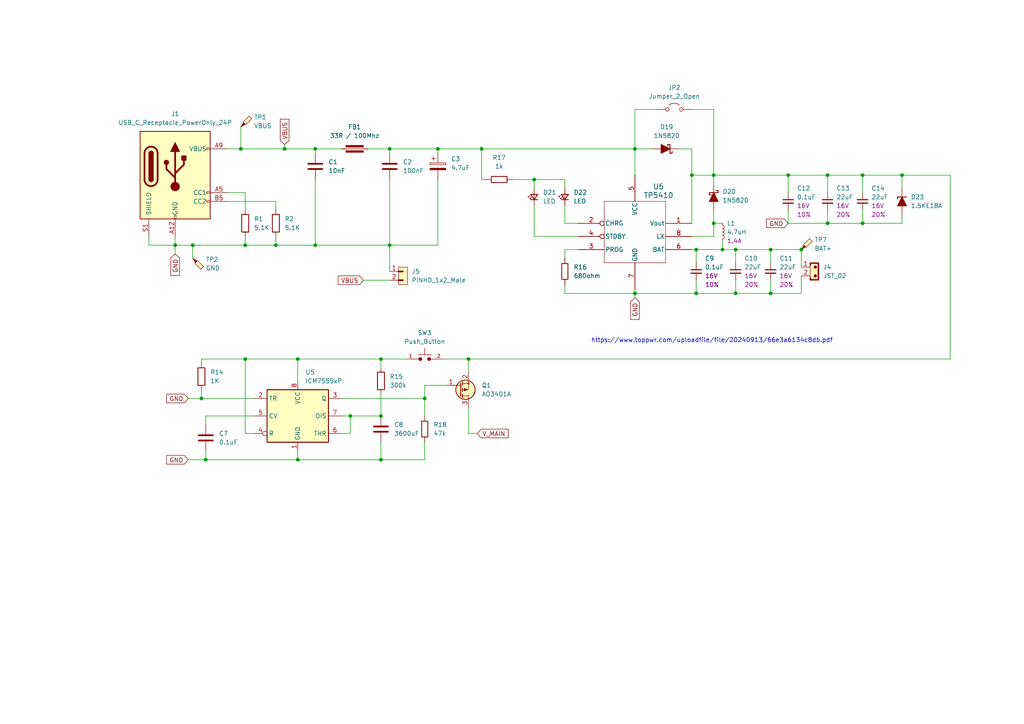
<source format=kicad_sch>
(kicad_sch (version 20250114) (generator "eeschema") (generator_version "9.0")
  (paper "A4")
  (lib_symbols
    (symbol "Connector:TestPoint_Probe" (pin_numbers (hide yes)) (pin_names (offset 0.762) (hide yes))
      (property "Reference" "TP" (at 1.651 5.842 0))
      (property "Value" "TestPoint_Probe" (at 1.651 4.064 0))
      (symbol "TestPoint_Probe_0_1"
        (polyline (pts (xy 1.27 0.762) (xy 0 0) (xy 0.762 1.27) (xy 1.27 0.762)) (fill (type outline)))
        (polyline (pts (xy 1.397 0.635) (xy 0.635 1.397) (xy 2.413 3.175) (xy 3.175 2.413) (xy 1.397 0.635)) (fill (type background)))
      )
      (symbol "TestPoint_Probe_1_1"
        (pin passive line (at 0 0 90) (length 0) (name "1") (number "1"))
      )
    )
    (symbol "Connector:USB_C_Receptacle_PowerOnly_24P" (pin_names (offset 1.016))
      (property "Reference" "J" (at 0 16.51 0))
      (property "Value" "USB_C_Receptacle_PowerOnly_24P" (at 0 13.97 0))
      (symbol "USB_C_Receptacle_PowerOnly_24P_0_0"
        (rectangle (start -0.254 -12.7) (end 0.254 -11.684))
        (rectangle (start 10.16 7.874) (end 9.144 7.366))
        (rectangle (start 10.16 -4.826) (end 9.144 -5.334))
        (rectangle (start 10.16 -7.366) (end 9.144 -7.874))
      )
      (symbol "USB_C_Receptacle_PowerOnly_24P_0_1"
        (rectangle (start -10.16 12.7) (end 10.16 -12.7) (stroke (width 0.254)) (fill (type background)))
        (polyline (pts (xy -8.89 -1.27) (xy -8.89 6.35)) (stroke (width 0.508)))
        (rectangle (start -7.62 -1.27) (end -6.35 6.35) (stroke (width 0.254)) (fill (type outline)))
        (arc (start -7.62 6.35) (mid -6.985 6.9823) (end -6.35 6.35) (stroke (width 0.254)))
        (arc (start -7.62 6.35) (mid -6.985 6.9823) (end -6.35 6.35) (stroke (width 0.254)) (fill (type outline)))
        (arc (start -8.89 6.35) (mid -6.985 8.2467) (end -5.08 6.35) (stroke (width 0.508)))
        (arc (start -5.08 -1.27) (mid -6.985 -3.1667) (end -8.89 -1.27) (stroke (width 0.508)))
        (arc (start -6.35 -1.27) (mid -6.985 -1.9023) (end -7.62 -1.27) (stroke (width 0.254)))
        (arc (start -6.35 -1.27) (mid -6.985 -1.9023) (end -7.62 -1.27) (stroke (width 0.254)) (fill (type outline)))
        (polyline (pts (xy -5.08 6.35) (xy -5.08 -1.27)) (stroke (width 0.508)))
        (circle (center -2.54 3.683) (radius 0.635) (stroke (width 0.254)) (fill (type outline)))
        (polyline (pts (xy -1.27 6.858) (xy 0 9.398) (xy 1.27 6.858) (xy -1.27 6.858)) (stroke (width 0.254)) (fill (type outline)))
        (polyline (pts (xy 0 0.508) (xy 2.54 3.048) (xy 2.54 4.318)) (stroke (width 0.508)))
        (polyline (pts (xy 0 -0.762) (xy -2.54 1.778) (xy -2.54 3.048)) (stroke (width 0.508)))
        (polyline (pts (xy 0 -3.302) (xy 0 6.858)) (stroke (width 0.508)))
        (circle (center 0 -3.302) (radius 1.27) (fill (type outline)))
        (rectangle (start 1.905 4.318) (end 3.175 5.588) (stroke (width 0.254)) (fill (type outline)))
      )
      (symbol "USB_C_Receptacle_PowerOnly_24P_1_1"
        (pin passive line (at -7.62 -17.78 90) (length 5.08) (name "SHIELD") (number "S1"))
        (pin passive line (at 0 -17.78 90) (length 5.08) (hide yes) (name "GND") (number "A1"))
        (pin power_in line (at 0 -17.78 90) (length 5.08) (name "GND") (number "A12"))
        (pin passive line (at 0 -17.78 90) (length 5.08) (hide yes) (name "GND") (number "B1"))
        (pin passive line (at 0 -17.78 90) (length 5.08) (hide yes) (name "GND") (number "B12"))
        (pin passive line (at 15.24 7.62 180) (length 5.08) (hide yes) (name "VBUS") (number "A4"))
        (pin power_in line (at 15.24 7.62 180) (length 5.08) (name "VBUS") (number "A9"))
        (pin passive line (at 15.24 7.62 180) (length 5.08) (hide yes) (name "VBUS") (number "B4"))
        (pin passive line (at 15.24 7.62 180) (length 5.08) (hide yes) (name "VBUS") (number "B9"))
        (pin bidirectional line (at 15.24 -5.08 180) (length 5.08) (name "CC1") (number "A5"))
        (pin bidirectional line (at 15.24 -7.62 180) (length 5.08) (name "CC2") (number "B5"))
      )
    )
    (symbol "Device:C" (pin_numbers (hide yes)) (pin_names (offset 0.254))
      (property "Reference" "C" (at 0.635 2.54 0))
      (property "Value" "C" (at 0.635 -2.54 0))
      (symbol "C_0_1"
        (polyline (pts (xy -2.032 0.762) (xy 2.032 0.762)) (stroke (width 0.508)))
        (polyline (pts (xy -2.032 -0.762) (xy 2.032 -0.762)) (stroke (width 0.508)))
      )
      (symbol "C_1_1"
        (pin passive line (at 0 3.81 270) (length 2.794) (name "~") (number "1"))
        (pin passive line (at 0 -3.81 90) (length 2.794) (name "~") (number "2"))
      )
    )
    (symbol "Device:C_Polarized" (pin_numbers (hide yes)) (pin_names (offset 0.254))
      (property "Reference" "C" (at 0.635 2.54 0))
      (property "Value" "C_Polarized" (at 0.635 -2.54 0))
      (symbol "C_Polarized_0_1"
        (rectangle (start -2.286 0.508) (end 2.286 1.016))
        (polyline (pts (xy -1.778 2.286) (xy -0.762 2.286)))
        (polyline (pts (xy -1.27 2.794) (xy -1.27 1.778)))
        (rectangle (start 2.286 -0.508) (end -2.286 -1.016) (fill (type outline)))
      )
      (symbol "C_Polarized_1_1"
        (pin passive line (at 0 3.81 270) (length 2.794) (name "~") (number "1"))
        (pin passive line (at 0 -3.81 90) (length 2.794) (name "~") (number "2"))
      )
    )
    (symbol "Device:R" (pin_numbers (hide yes)) (pin_names (offset 0))
      (property "Reference" "R" (at 2.032 0 90))
      (property "Value" "R" (at 0 0 90))
      (symbol "R_0_1"
        (rectangle (start -1.016 -2.54) (end 1.016 2.54) (stroke (width 0.254)))
      )
      (symbol "R_1_1"
        (pin passive line (at 0 3.81 270) (length 1.27) (name "~") (number "1"))
        (pin passive line (at 0 -3.81 90) (length 1.27) (name "~") (number "2"))
      )
    )
    (symbol "Jumper:Jumper_2_Open" (pin_numbers (hide yes)) (pin_names (offset 0) (hide yes))
      (property "Reference" "JP" (at 0 2.794 0))
      (property "Value" "Jumper_2_Open" (at 0 -2.286 0))
      (symbol "Jumper_2_Open_0_0"
        (circle (center -2.032 0) (radius 0.508))
        (circle (center 2.032 0) (radius 0.508))
      )
      (symbol "Jumper_2_Open_0_1"
        (arc (start -1.524 1.27) (mid 0 1.778) (end 1.524 1.27))
      )
      (symbol "Jumper_2_Open_1_1"
        (pin passive line (at -5.08 0 0) (length 2.54) (name "A") (number "1"))
        (pin passive line (at 5.08 0 180) (length 2.54) (name "B") (number "2"))
      )
    )
    (symbol "PCM_Device_AKL:Ferrite_Bead" (pin_numbers (hide yes)) (pin_names (offset 0))
      (property "Reference" "FB" (at 0 4.572 0))
      (property "Value" "Ferrite_Bead" (at 0 3.175 0))
      (symbol "Ferrite_Bead_0_1"
        (rectangle (start -2.54 1.016) (end 2.54 0.508) (fill (type outline)))
        (polyline (pts (xy 2.54 0) (xy -2.54 0)))
      )
      (symbol "Ferrite_Bead_1_1"
        (rectangle (start -2.54 -0.508) (end 2.54 -1.016) (fill (type outline)))
        (pin passive line (at -3.81 0 0) (length 1.27) (name "~") (number "1"))
        (pin passive line (at 3.81 0 180) (length 1.27) (name "~") (number "2"))
      )
    )
    (symbol "PCM_Diode_Schottky_AKL:1N5820" (pin_numbers (hide yes)) (pin_names (offset 1.016) (hide yes))
      (property "Reference" "D" (at 0 5.08 0))
      (property "Value" "1N5820" (at 0 2.54 0))
      (symbol "1N5820_0_1"
        (polyline (pts (xy -1.27 0) (xy 1.27 0)))
        (polyline (pts (xy -1.27 -1.27) (xy -1.27 1.27) (xy 1.27 0) (xy -1.27 -1.27)) (stroke (width 0.254)) (fill (type outline)))
        (polyline (pts (xy 1.905 -0.762) (xy 1.905 -1.27) (xy 1.27 -1.27) (xy 1.27 1.27) (xy 0.635 1.27) (xy 0.635 0.762)) (stroke (width 0.254)))
      )
      (symbol "1N5820_0_2"
        (polyline (pts (xy -2.54 -2.54) (xy 2.54 2.54)))
        (polyline (pts (xy -0.889 -0.889) (xy -1.778 0) (xy 0.889 0.889) (xy 0 -1.778) (xy -0.889 -0.889)) (stroke (width 0.254)) (fill (type outline)))
        (polyline (pts (xy 0 1.778) (xy 1.778 0)) (stroke (width 0.254)))
        (polyline (pts (xy 0 1.778) (xy -0.381 1.397) (xy 0 1.016)) (stroke (width 0.254)))
        (polyline (pts (xy 1.778 0) (xy 2.159 0.381) (xy 1.778 0.762)) (stroke (width 0.254)))
      )
      (symbol "1N5820_1_1"
        (pin passive line (at -3.81 0 0) (length 2.54) (name "A") (number "2"))
        (pin passive line (at 3.81 0 180) (length 2.54) (name "K") (number "1"))
      )
      (symbol "1N5820_1_2"
        (pin passive line (at -2.54 -2.54 0) (length 0) (name "A") (number "2"))
        (pin passive line (at 2.54 2.54 180) (length 0) (name "K") (number "1"))
      )
    )
    (symbol "PCM_Diode_TVS_AKL:1.5KE18A" (pin_numbers (hide yes)) (pin_names (offset 1.016) (hide yes))
      (property "Reference" "D" (at 0 5.08 0))
      (property "Value" "1.5KE18A" (at 0 2.54 0))
      (symbol "1.5KE18A_0_1"
        (polyline (pts (xy -1.27 1.27) (xy -1.27 -1.27) (xy 1.27 0) (xy -1.27 1.27)) (stroke (width 0.254)) (fill (type outline)))
        (polyline (pts (xy -1.27 0) (xy 1.27 0)))
        (polyline (pts (xy 1.27 1.27) (xy 0.762 1.27)) (stroke (width 0.254)))
        (polyline (pts (xy 1.27 -1.27) (xy 1.27 1.27)) (stroke (width 0.254)))
      )
      (symbol "1.5KE18A_0_2"
        (polyline (pts (xy -2.54 -2.54) (xy 2.54 2.54)))
        (polyline (pts (xy -0.889 -0.889) (xy -1.778 0) (xy 0.889 0.889) (xy 0 -1.778) (xy -0.889 -0.889)) (stroke (width 0.254)) (fill (type outline)))
        (polyline (pts (xy 0 1.778) (xy -0.381 1.397)) (stroke (width 0.254)))
        (polyline (pts (xy 0 1.778) (xy 1.778 0)) (stroke (width 0.254)))
      )
      (symbol "1.5KE18A_1_1"
        (pin passive line (at -3.81 0 0) (length 2.54) (name "A") (number "2"))
        (pin passive line (at 3.81 0 180) (length 2.54) (name "K") (number "1"))
      )
      (symbol "1.5KE18A_1_2"
        (pin passive line (at -2.54 -2.54 0) (length 0) (name "A") (number "2"))
        (pin passive line (at 2.54 2.54 180) (length 0) (name "K") (number "1"))
      )
    )
    (symbol "PCM_SL_Connectors:JST_02"
      (property "Reference" "J" (at 0 7.62 0))
      (property "Value" "JST_02" (at 0 5.08 0))
      (symbol "JST_02_0_1"
        (rectangle (start -1.27 2.54) (end 1.27 -2.54) (fill (type background)))
        (polyline (pts (xy -1.27 -1.778) (xy -1.27 -2.54) (xy 1.27 -2.54) (xy 1.27 -1.778) (xy 1.016 -1.778) (xy 1.016 -2.286) (xy -1.016 -2.286) (xy -1.016 -1.778) (xy -1.27 -1.778)) (fill (type outline)))
        (circle (center 0.254 1.27) (radius 0.381) (fill (type outline)))
        (circle (center 0.254 -1.27) (radius 0.381) (fill (type outline)))
        (rectangle (start 1.016 1.778) (end 1.27 -1.778) (fill (type outline)))
        (polyline (pts (xy 1.27 1.778) (xy 1.27 2.54) (xy -1.27 2.54) (xy -1.27 1.778) (xy -1.016 1.778) (xy -1.016 2.286) (xy 1.016 2.286) (xy 1.016 1.778) (xy 1.27 1.778)) (fill (type outline)))
      )
      (symbol "JST_02_1_1"
        (pin passive line (at -3.81 1.27 0) (length 2.54) (name "") (number "1"))
        (pin passive line (at -3.81 -1.27 0) (length 2.54) (name "") (number "2"))
      )
    )
    (symbol "PCM_SL_Devices:Push_Button"
      (property "Reference" "SW" (at 0 6.35 0))
      (property "Value" "Push_Button" (at 0 4.445 0))
      (symbol "Push_Button_0_1"
        (polyline (pts (xy -3.175 0) (xy -1.778 0)))
        (polyline (pts (xy -1.905 1.27) (xy 1.905 1.27)))
        (circle (center -1.27 0) (radius 0.4579) (fill (type outline)))
        (polyline (pts (xy 0 1.27) (xy 0 3.175)))
        (circle (center 1.27 0) (radius 0.4579) (fill (type outline)))
        (polyline (pts (xy 1.778 0) (xy 3.175 0)))
      )
      (symbol "Push_Button_1_1"
        (pin passive line (at -5.08 0 0) (length 2) (name "") (number "1"))
        (pin passive line (at 5.08 0 180) (length 2) (name "") (number "2"))
      )
    )
    (symbol "PCM_SL_Pin_Headers:PINHD_1x2_Male"
      (property "Reference" "J" (at 0 6.35 0))
      (property "Value" "PINHD_1x2_Male" (at 0 3.81 0))
      (symbol "PINHD_1x2_Male_0_1"
        (rectangle (start -1.27 2.54) (end 1.27 -2.54) (fill (type background)))
        (polyline (pts (xy -1.27 1.27) (xy 0 1.27)) (stroke (width 0.3)))
        (polyline (pts (xy -1.27 1.27) (xy 0 1.27)) (stroke (width 0.5)))
        (polyline (pts (xy -1.27 -1.27) (xy 0 -1.27)) (stroke (width 0.3)))
        (polyline (pts (xy -1.27 -1.27) (xy 0 -1.27)) (stroke (width 0.5)))
      )
      (symbol "PINHD_1x2_Male_1_1"
        (pin passive line (at -3.81 1.27 0) (length 2.54) (name "") (number "1"))
        (pin passive line (at -3.81 -1.27 0) (length 2.54) (name "") (number "2"))
      )
    )
    (symbol "PCM_SL_Resistors:1k"
      (property "Reference" "R" (at 0 5.08 0))
      (property "Value" "1k" (at 0 2.54 0))
      (symbol "1k_0_1"
        (rectangle (start -2.286 0.889) (end 2.286 -0.889) (stroke (width 0.24)))
      )
      (symbol "1k_1_1"
        (pin passive line (at -3.81 0 0) (length 1.5) (name "") (number "1"))
        (pin passive line (at 3.81 0 180) (length 1.5) (name "~") (number "2"))
      )
    )
    (symbol "PCM_SL_Resistors:47k"
      (property "Reference" "R" (at 0 5.08 0))
      (property "Value" "47k" (at 0 2.54 0))
      (symbol "47k_0_1"
        (rectangle (start -2.286 0.889) (end 2.286 -0.889) (stroke (width 0.24)))
      )
      (symbol "47k_1_1"
        (pin passive line (at -3.81 0 0) (length 1.5) (name "") (number "1"))
        (pin passive line (at 3.81 0 180) (length 1.5) (name "~") (number "2"))
      )
    )
    (symbol "PCM_SL_Resistors:680ohm"
      (property "Reference" "R" (at 0 5.08 0))
      (property "Value" "680ohm" (at 0 2.54 0))
      (symbol "680ohm_0_1"
        (rectangle (start -2.286 0.889) (end 2.286 -0.889) (stroke (width 0.24)))
      )
      (symbol "680ohm_1_1"
        (pin passive line (at -3.81 0 0) (length 1.5) (name "") (number "1"))
        (pin passive line (at 3.81 0 180) (length 1.5) (name "~") (number "2"))
      )
    )
    (symbol "PCM_SparkFun-Capacitor:0.1uF_0402_16V_10%" (pin_numbers (hide yes)) (pin_names (offset 0.254))
      (property "Reference" "C" (at 0.635 2.54 0))
      (property "Value" "0.1uF" (at 0.635 -2.54 0))
      (property "Voltage" "16V" (at 0 -6.35 0))
      (property "Tolerance" "10%" (at 0 -8.89 0))
      (symbol "0.1uF_0402_16V_10%_0_1"
        (polyline (pts (xy -1.524 0.508) (xy 1.524 0.508)) (stroke (width 0.3048)))
        (polyline (pts (xy -1.524 -0.508) (xy 1.524 -0.508)) (stroke (width 0.3302)))
      )
      (symbol "0.1uF_0402_16V_10%_1_1"
        (pin passive line (at 0 2.54 270) (length 2.032) (name "~") (number "1"))
        (pin passive line (at 0 -2.54 90) (length 2.032) (name "~") (number "2"))
      )
    )
    (symbol "PCM_SparkFun-Capacitor:22uF_0805_16V_20%" (pin_numbers (hide yes)) (pin_names (offset 0.254))
      (property "Reference" "C" (at 0.635 2.54 0))
      (property "Value" "22uF" (at 0.635 -2.54 0))
      (property "Voltage" "16V" (at 0 -6.35 0))
      (property "Tolerance" "20%" (at 0 -8.89 0))
      (symbol "22uF_0805_16V_20%_0_1"
        (polyline (pts (xy -1.524 0.508) (xy 1.524 0.508)) (stroke (width 0.3048)))
        (polyline (pts (xy -1.524 -0.508) (xy 1.524 -0.508)) (stroke (width 0.3302)))
      )
      (symbol "22uF_0805_16V_20%_1_1"
        (pin passive line (at 0 2.54 270) (length 2.032) (name "~") (number "1"))
        (pin passive line (at 0 -2.54 90) (length 2.032) (name "~") (number "2"))
      )
    )
    (symbol "PCM_SparkFun-Coil:4.7uH_1008_1.4A" (pin_numbers (hide yes)) (pin_names (offset 1.016) (hide yes))
      (property "Reference" "L" (at 0 2.54 0))
      (property "Value" "4.7uH" (at 0 -1.27 0))
      (property "Current" "1.4A" (at 0 -3.81 0))
      (symbol "4.7uH_1008_1.4A_0_1"
        (arc (start -2.032 0) (mid -1.524 0.5058) (end -1.016 0))
        (arc (start -1.016 0) (mid -0.508 0.5058) (end 0 0))
        (arc (start 0 0) (mid 0.508 0.5058) (end 1.016 0))
        (arc (start 1.016 0) (mid 1.524 0.5058) (end 2.032 0))
      )
      (symbol "4.7uH_1008_1.4A_1_1"
        (pin passive line (at -2.54 0 0) (length 0.508) (name "~") (number "1"))
        (pin passive line (at 2.54 0 180) (length 0.508) (name "~") (number "2"))
      )
    )
    (symbol "PCM_SparkFun-LED:LED" (pin_numbers (hide yes)) (pin_names (offset 1.016) (hide yes))
      (property "Reference" "D" (at 0 2.54 0))
      (property "Value" "LED" (at 0 -2.54 0))
      (symbol "LED_0_1"
        (polyline (pts (xy -0.762 -1.016) (xy -0.762 1.016)) (stroke (width 0.254)))
        (polyline (pts (xy 0 0.762) (xy -0.508 1.27) (xy -0.254 1.27) (xy -0.508 1.27) (xy -0.508 1.016)))
        (polyline (pts (xy 0.508 1.27) (xy 0 1.778) (xy 0.254 1.778) (xy 0 1.778) (xy 0 1.524)))
        (polyline (pts (xy 0.762 -1.016) (xy -0.762 0) (xy 0.762 1.016) (xy 0.762 -1.016)) (stroke (width 0.254)))
        (polyline (pts (xy 1.016 0) (xy -0.762 0)))
      )
      (symbol "LED_1_1"
        (pin passive line (at -2.54 0 0) (length 1.778) (name "K") (number "1"))
        (pin passive line (at 2.54 0 180) (length 1.778) (name "A") (number "2"))
      )
    )
    (symbol "PCM_Transistor_MOSFET_AKL:AO3401A" (pin_names (hide yes))
      (property "Reference" "Q" (at 5.08 1.27 0))
      (property "Value" "AO3401A" (at 5.08 -1.27 0))
      (symbol "AO3401A_0_1"
        (polyline (pts (xy 0.254 1.27) (xy -2.54 1.27)))
        (polyline (pts (xy 0.254 -1.905) (xy 0.254 1.905)) (stroke (width 0.254)))
        (polyline (pts (xy 0.762 1.778) (xy 2.54 1.778)))
        (polyline (pts (xy 0.762 1.27) (xy 0.762 2.286)) (stroke (width 0.254)))
        (polyline (pts (xy 0.762 -0.508) (xy 0.762 0.508)) (stroke (width 0.254)))
        (polyline (pts (xy 0.762 -1.778) (xy 2.54 -1.778)))
        (polyline (pts (xy 0.762 -2.286) (xy 0.762 -1.27)) (stroke (width 0.254)))
        (polyline (pts (xy 2.286 0) (xy 1.27 -0.381) (xy 1.27 0.381) (xy 2.286 0)) (fill (type outline)))
        (polyline (pts (xy 2.54 2.54) (xy 2.54 0) (xy 0.762 0)))
        (polyline (pts (xy 2.54 -2.54) (xy 2.54 -1.778)))
      )
      (symbol "AO3401A_1_1"
        (circle (center 1.651 0) (radius 2.794) (stroke (width 0.254)) (fill (type background)))
        (circle (center 2.54 1.778) (radius 0.1778) (fill (type outline)))
        (pin input line (at -3.81 1.27 0) (length 2.54) (name "G") (number "1"))
        (pin passive line (at 2.54 5.08 270) (length 2.54) (name "S") (number "2"))
        (pin passive line (at 2.54 -5.08 90) (length 2.54) (name "D") (number "3"))
      )
    )
    (symbol "TP5410:TPS5410MDREP" (pin_names (offset 0.254))
      (property "Reference" "U6" (at 15.748 4.318 0))
      (property "Value" "TP5410" (at 15.748 1.778 0))
      (symbol "TPS5410MDREP_0_1"
        (polyline (pts (xy 0 0) (xy 0 -17.78)) (stroke (width 0.127)))
        (polyline (pts (xy 0 -17.78) (xy 17.78 -17.78)) (stroke (width 0.127)))
        (polyline (pts (xy 17.78 0) (xy 0 0)) (stroke (width 0.127)))
        (polyline (pts (xy 17.78 -17.78) (xy 17.78 0)) (stroke (width 0.127)))
      )
      (symbol "TPS5410MDREP_1_1"
        (pin unspecified inverted (at -7.62 -6.35 0) (length 7.62) (name "CHRG") (number "2"))
        (pin unspecified inverted (at -7.62 -10.16 0) (length 7.62) (name "STDBY") (number "4"))
        (pin unspecified line (at -7.62 -13.97 0) (length 7.62) (name "PROG") (number "3"))
        (pin unspecified line (at 8.89 7.62 270) (length 7.62) (name "VCC") (number "5"))
        (pin unspecified line (at 8.89 -25.4 90) (length 7.62) (name "GND") (number "7"))
        (pin unspecified line (at 25.4 -6.35 180) (length 7.62) (name "Vout") (number "1"))
        (pin unspecified line (at 25.4 -10.16 180) (length 7.62) (name "LX") (number "8"))
        (pin unspecified line (at 25.4 -13.97 180) (length 7.62) (name "BAT") (number "6"))
      )
    )
    (symbol "Timer:ICM7555xP"
      (property "Reference" "U" (at -10.16 8.89 0))
      (property "Value" "ICM7555xP" (at 2.54 8.89 0))
      (symbol "ICM7555xP_0_0"
        (pin power_in line (at 0 10.16 270) (length 2.54) (name "VCC") (number "8"))
        (pin power_in line (at 0 -10.16 90) (length 2.54) (name "GND") (number "1"))
      )
      (symbol "ICM7555xP_0_1"
        (rectangle (start -8.89 -7.62) (end 8.89 7.62) (stroke (width 0.254)) (fill (type background)))
        (rectangle (start -8.89 -7.62) (end 8.89 7.62) (stroke (width 0.254)) (fill (type background)))
      )
      (symbol "ICM7555xP_1_1"
        (pin input line (at -12.7 5.08 0) (length 3.81) (name "TR") (number "2"))
        (pin input line (at -12.7 0 0) (length 3.81) (name "CV") (number "5"))
        (pin input inverted (at -12.7 -5.08 0) (length 3.81) (name "R") (number "4"))
        (pin output line (at 12.7 5.08 180) (length 3.81) (name "Q") (number "3"))
        (pin input line (at 12.7 0 180) (length 3.81) (name "DIS") (number "7"))
        (pin input line (at 12.7 -5.08 180) (length 3.81) (name "THR") (number "6"))
      )
    )
  )
  (text "https://www.toppwr.com/uploadfile/file/20240913/66e3a6134c8db.pdf" (at 206.502 98.806 0) (effects (font (size 1.27 1.27))))
  (junction (at 110.49 133.35))
  (junction (at 71.12 71.12))
  (junction (at 250.19 64.77))
  (junction (at 184.15 43.18))
  (junction (at 71.12 104.14))
  (junction (at 261.62 50.8))
  (junction (at 154.94 52.07))
  (junction (at 58.42 115.57))
  (junction (at 86.36 104.14))
  (junction (at 110.49 120.65))
  (junction (at 240.03 64.77))
  (junction (at 213.36 85.09))
  (junction (at 91.44 43.18))
  (junction (at 207.01 50.8))
  (junction (at 59.69 133.35))
  (junction (at 250.19 50.8))
  (junction (at 201.93 85.09))
  (junction (at 50.8 71.12))
  (junction (at 86.36 133.35))
  (junction (at 123.19 115.57))
  (junction (at 139.7 43.18))
  (junction (at 82.55 43.18))
  (junction (at 55.88 71.12))
  (junction (at 101.6 120.65))
  (junction (at 184.15 85.09))
  (junction (at 240.03 50.8))
  (junction (at 228.6 50.8))
  (junction (at 223.52 85.09))
  (junction (at 201.93 72.39))
  (junction (at 213.36 72.39))
  (junction (at 135.89 104.14))
  (junction (at 80.01 71.12))
  (junction (at 200.66 50.8))
  (junction (at 207.01 64.77))
  (junction (at 223.52 72.39))
  (junction (at 127 43.18))
  (junction (at 113.03 43.18))
  (junction (at 110.49 104.14))
  (junction (at 232.41 72.39))
  (junction (at 209.55 72.39))
  (junction (at 91.44 71.12))
  (junction (at 69.85 43.18))
  (junction (at 113.03 71.12))
  (wire (pts (xy 184.15 83.82) (xy 184.15 85.09)))
  (wire (pts (xy 135.89 118.11) (xy 135.89 125.73)))
  (wire (pts (xy 232.41 77.47) (xy 232.41 72.39)))
  (wire (pts (xy 163.83 64.77) (xy 167.64 64.77)))
  (wire (pts (xy 91.44 43.18) (xy 91.44 44.45)))
  (wire (pts (xy 91.44 52.07) (xy 91.44 71.12)))
  (wire (pts (xy 110.49 106.68) (xy 110.49 104.14)))
  (wire (pts (xy 113.03 43.18) (xy 113.03 44.45)))
  (wire (pts (xy 59.69 130.81) (xy 59.69 133.35)))
  (wire (pts (xy 154.94 52.07) (xy 163.83 52.07)))
  (wire (pts (xy 55.88 71.12) (xy 55.88 74.93)))
  (wire (pts (xy 213.36 85.09) (xy 201.93 85.09)))
  (wire (pts (xy 200.66 43.18) (xy 196.85 43.18)))
  (wire (pts (xy 123.19 111.76) (xy 129.54 111.76)))
  (wire (pts (xy 261.62 62.23) (xy 261.62 64.77)))
  (wire (pts (xy 201.93 81.28) (xy 201.93 85.09)))
  (wire (pts (xy 58.42 104.14) (xy 71.12 104.14)))
  (wire (pts (xy 223.52 72.39) (xy 213.36 72.39)))
  (wire (pts (xy 110.49 128.27) (xy 110.49 133.35)))
  (wire (pts (xy 201.93 72.39) (xy 200.66 72.39)))
  (wire (pts (xy 250.19 64.77) (xy 240.03 64.77)))
  (wire (pts (xy 163.83 59.69) (xy 163.83 64.77)))
  (wire (pts (xy 110.49 120.65) (xy 101.6 120.65)))
  (wire (pts (xy 163.83 74.93) (xy 163.83 72.39)))
  (wire (pts (xy 58.42 105.41) (xy 58.42 104.14)))
  (wire (pts (xy 209.55 69.85) (xy 209.55 72.39)))
  (wire (pts (xy 71.12 104.14) (xy 71.12 125.73)))
  (wire (pts (xy 69.85 36.83) (xy 69.85 43.18)))
  (wire (pts (xy 69.85 43.18) (xy 82.55 43.18)))
  (wire (pts (xy 213.36 72.39) (xy 209.55 72.39)))
  (wire (pts (xy 240.03 50.8) (xy 250.19 50.8)))
  (wire (pts (xy 213.36 81.28) (xy 213.36 85.09)))
  (wire (pts (xy 127 44.45) (xy 127 43.18)))
  (wire (pts (xy 123.19 133.35) (xy 110.49 133.35)))
  (wire (pts (xy 163.83 52.07) (xy 163.83 54.61)))
  (wire (pts (xy 43.18 68.58) (xy 43.18 71.12)))
  (wire (pts (xy 127 52.07) (xy 127 71.12)))
  (wire (pts (xy 223.52 85.09) (xy 232.41 85.09)))
  (wire (pts (xy 184.15 50.8) (xy 184.15 43.18)))
  (wire (pts (xy 139.7 52.07) (xy 140.97 52.07)))
  (wire (pts (xy 201.93 76.2) (xy 201.93 72.39)))
  (wire (pts (xy 250.19 60.96) (xy 250.19 64.77)))
  (wire (pts (xy 209.55 72.39) (xy 201.93 72.39)))
  (wire (pts (xy 71.12 60.96) (xy 71.12 55.88)))
  (wire (pts (xy 110.49 104.14) (xy 118.11 104.14)))
  (wire (pts (xy 71.12 104.14) (xy 86.36 104.14)))
  (wire (pts (xy 127 71.12) (xy 113.03 71.12)))
  (wire (pts (xy 250.19 50.8) (xy 261.62 50.8)))
  (wire (pts (xy 240.03 64.77) (xy 228.6 64.77)))
  (wire (pts (xy 139.7 43.18) (xy 139.7 52.07)))
  (wire (pts (xy 99.06 120.65) (xy 101.6 120.65)))
  (wire (pts (xy 135.89 107.95) (xy 135.89 104.14)))
  (wire (pts (xy 69.85 43.18) (xy 66.04 43.18)))
  (wire (pts (xy 232.41 72.39) (xy 223.52 72.39)))
  (wire (pts (xy 154.94 59.69) (xy 154.94 68.58)))
  (wire (pts (xy 163.83 72.39) (xy 167.64 72.39)))
  (wire (pts (xy 113.03 71.12) (xy 91.44 71.12)))
  (wire (pts (xy 232.41 80.01) (xy 232.41 85.09)))
  (wire (pts (xy 275.59 104.14) (xy 275.59 50.8)))
  (wire (pts (xy 200.66 31.75) (xy 207.01 31.75)))
  (wire (pts (xy 113.03 43.18) (xy 127 43.18)))
  (wire (pts (xy 80.01 71.12) (xy 80.01 68.58)))
  (wire (pts (xy 128.27 104.14) (xy 135.89 104.14)))
  (wire (pts (xy 50.8 71.12) (xy 50.8 68.58)))
  (wire (pts (xy 261.62 64.77) (xy 250.19 64.77)))
  (wire (pts (xy 113.03 71.12) (xy 113.03 78.74)))
  (wire (pts (xy 66.04 58.42) (xy 80.01 58.42)))
  (wire (pts (xy 91.44 71.12) (xy 80.01 71.12)))
  (wire (pts (xy 250.19 50.8) (xy 250.19 55.88)))
  (wire (pts (xy 223.52 85.09) (xy 213.36 85.09)))
  (wire (pts (xy 200.66 43.18) (xy 200.66 50.8)))
  (wire (pts (xy 110.49 133.35) (xy 86.36 133.35)))
  (wire (pts (xy 55.88 71.12) (xy 71.12 71.12)))
  (wire (pts (xy 261.62 50.8) (xy 275.59 50.8)))
  (wire (pts (xy 207.01 68.58) (xy 207.01 64.77)))
  (wire (pts (xy 240.03 60.96) (xy 240.03 64.77)))
  (wire (pts (xy 240.03 50.8) (xy 240.03 55.88)))
  (wire (pts (xy 139.7 43.18) (xy 184.15 43.18)))
  (wire (pts (xy 207.01 64.77) (xy 207.01 60.96)))
  (wire (pts (xy 135.89 125.73) (xy 138.43 125.73)))
  (wire (pts (xy 207.01 31.75) (xy 207.01 50.8)))
  (wire (pts (xy 73.66 125.73) (xy 71.12 125.73)))
  (wire (pts (xy 184.15 85.09) (xy 184.15 86.36)))
  (wire (pts (xy 54.61 115.57) (xy 58.42 115.57)))
  (wire (pts (xy 86.36 104.14) (xy 110.49 104.14)))
  (wire (pts (xy 207.01 50.8) (xy 228.6 50.8)))
  (wire (pts (xy 123.19 115.57) (xy 123.19 120.65)))
  (wire (pts (xy 207.01 53.34) (xy 207.01 50.8)))
  (wire (pts (xy 86.36 104.14) (xy 86.36 110.49)))
  (wire (pts (xy 148.59 52.07) (xy 154.94 52.07)))
  (wire (pts (xy 228.6 50.8) (xy 240.03 50.8)))
  (wire (pts (xy 101.6 120.65) (xy 101.6 125.73)))
  (wire (pts (xy 163.83 85.09) (xy 163.83 82.55)))
  (wire (pts (xy 71.12 71.12) (xy 71.12 68.58)))
  (wire (pts (xy 127 43.18) (xy 139.7 43.18)))
  (wire (pts (xy 73.66 120.65) (xy 59.69 120.65)))
  (wire (pts (xy 71.12 55.88) (xy 66.04 55.88)))
  (wire (pts (xy 80.01 58.42) (xy 80.01 60.96)))
  (wire (pts (xy 228.6 64.77) (xy 228.6 60.96)))
  (wire (pts (xy 184.15 31.75) (xy 184.15 43.18)))
  (wire (pts (xy 91.44 43.18) (xy 99.06 43.18)))
  (wire (pts (xy 223.52 81.28) (xy 223.52 85.09)))
  (wire (pts (xy 207.01 64.77) (xy 209.55 64.77)))
  (wire (pts (xy 58.42 115.57) (xy 73.66 115.57)))
  (wire (pts (xy 184.15 43.18) (xy 189.23 43.18)))
  (wire (pts (xy 43.18 71.12) (xy 50.8 71.12)))
  (wire (pts (xy 86.36 133.35) (xy 86.36 130.81)))
  (wire (pts (xy 123.19 128.27) (xy 123.19 133.35)))
  (wire (pts (xy 82.55 41.91) (xy 82.55 43.18)))
  (wire (pts (xy 228.6 50.8) (xy 228.6 55.88)))
  (wire (pts (xy 50.8 73.66) (xy 50.8 71.12)))
  (wire (pts (xy 163.83 85.09) (xy 184.15 85.09)))
  (wire (pts (xy 135.89 104.14) (xy 275.59 104.14)))
  (wire (pts (xy 86.36 133.35) (xy 59.69 133.35)))
  (wire (pts (xy 105.41 81.28) (xy 113.03 81.28)))
  (wire (pts (xy 106.68 43.18) (xy 113.03 43.18)))
  (wire (pts (xy 59.69 133.35) (xy 54.61 133.35)))
  (wire (pts (xy 101.6 125.73) (xy 99.06 125.73)))
  (wire (pts (xy 223.52 76.2) (xy 223.52 72.39)))
  (wire (pts (xy 59.69 120.65) (xy 59.69 123.19)))
  (wire (pts (xy 82.55 43.18) (xy 91.44 43.18)))
  (wire (pts (xy 58.42 113.03) (xy 58.42 115.57)))
  (wire (pts (xy 201.93 85.09) (xy 184.15 85.09)))
  (wire (pts (xy 190.5 31.75) (xy 184.15 31.75)))
  (wire (pts (xy 154.94 68.58) (xy 167.64 68.58)))
  (wire (pts (xy 99.06 115.57) (xy 123.19 115.57)))
  (wire (pts (xy 261.62 50.8) (xy 261.62 54.61)))
  (wire (pts (xy 50.8 71.12) (xy 55.88 71.12)))
  (wire (pts (xy 113.03 52.07) (xy 113.03 71.12)))
  (wire (pts (xy 213.36 76.2) (xy 213.36 72.39)))
  (wire (pts (xy 200.66 64.77) (xy 200.66 50.8)))
  (wire (pts (xy 154.94 52.07) (xy 154.94 54.61)))
  (wire (pts (xy 110.49 114.3) (xy 110.49 120.65)))
  (wire (pts (xy 200.66 68.58) (xy 207.01 68.58)))
  (wire (pts (xy 123.19 111.76) (xy 123.19 115.57)))
  (wire (pts (xy 200.66 50.8) (xy 207.01 50.8)))
  (wire (pts (xy 71.12 71.12) (xy 80.01 71.12)))
  (global_label "GND" (shape input) (at 184.15 86.36 270) (property "Intersheetrefs" "${INTERSHEET_REFS}" (effects (hide yes))))
  (global_label "GND" (shape input) (at 228.6 64.77 180) (property "Intersheetrefs" "${INTERSHEET_REFS}" (effects (hide yes))))
  (global_label "GND" (shape input) (at 54.61 133.35 180) (property "Intersheetrefs" "${INTERSHEET_REFS}" (effects (hide yes))))
  (global_label "V_MAIN" (shape input) (at 138.43 125.73 0) (property "Intersheetrefs" "${INTERSHEET_REFS}" (effects (hide yes))))
  (global_label "GND" (shape input) (at 54.61 115.57 180) (property "Intersheetrefs" "${INTERSHEET_REFS}" (effects (hide yes))))
  (global_label "GND" (shape input) (at 50.8 73.66 270) (property "Intersheetrefs" "${INTERSHEET_REFS}" (effects (hide yes))))
  (global_label "VBUS" (shape input) (at 82.55 41.91 90) (property "Intersheetrefs" "${INTERSHEET_REFS}" (effects (hide yes))))
  (global_label "VBUS" (shape input) (at 105.41 81.28 180) (property "Intersheetrefs" "${INTERSHEET_REFS}" (effects (hide yes))))
  (symbol (lib_id "PCM_SL_Resistors:47k") (at 123.19 124.46 90) (unit 1)
    (property "Reference" "R18" (at 125.73 123.1899 90) (effects (justify right)))
    (property "Value" "47k" (at 125.73 125.7299 90) (effects (justify right)))
    (property "Footprint" "Resistor_THT:R_Axial_DIN0207_L6.3mm_D2.5mm_P10.16mm_Horizontal" (effects (hide yes)))
    (property "Description" "47kΩ, 1/4W Resistor" (effects (hide yes)))
  )
  (symbol (lib_id "Connector:TestPoint_Probe") (at 55.88 74.93 270) (unit 1)
    (property "Reference" "TP2" (at 59.69 75.2474 90) (effects (justify left)))
    (property "Value" "GND" (at 59.69 77.7874 90) (effects (justify left)))
    (property "Footprint" "TestPoint:TestPoint_Pad_3.0x3.0mm" (effects (hide yes)))
    (property "Description" "test point (alternative probe-style design)" (effects (hide yes)))
  )
  (symbol (lib_id "PCM_SparkFun-Capacitor:22uF_0805_16V_20%") (at 250.19 58.42 0) (unit 1)
    (property "Reference" "C14" (at 252.73 54.6162 0) (effects (justify left)))
    (property "Value" "22uF" (at 252.73 57.1562 0) (effects (justify left)))
    (property "Footprint" "PCM_SparkFun-Capacitor:C_0805_2012Metric" (effects (hide yes)))
    (property "Datasheet" "https://mm.digikey.com/Volume0/opasdata/d220001/medias/docus/43/CL21A226MOCLRNC_Spec.pdf" (effects (hide yes)))
    (property "Description" "Unpolarized capacitor" (effects (hide yes)))
    (property "PROD_ID" "CAP-14260" (effects (hide yes)))
    (property "Voltage" "16V" (at 252.73 59.6962 0) (effects (justify left)))
    (property "Tolerance" "20%" (at 252.73 62.2362 0) (effects (justify left)))
  )
  (symbol (lib_id "TP5410:TPS5410MDREP") (at 175.26 58.42 0) (unit 1)
    (property "Reference" "U6" (at 191.008 54.102 0) (effects (font (size 1.524 1.524))))
    (property "Value" "TP5410" (at 191.008 56.642 0) (effects (font (size 1.524 1.524))))
    (property "Footprint" "TP5410:D8" (effects (hide yes)))
    (property "Datasheet" "https://www.toppwr.com/uploadfile/file/20240913/66e3a6134c8db.pdf" (effects (hide yes)))
  )
  (symbol (lib_id "Device:R") (at 71.12 64.77 0) (unit 1)
    (property "Reference" "R1" (at 73.66 63.4999 0) (effects (justify left)))
    (property "Value" "5.1K" (at 73.66 66.0399 0) (effects (justify left)))
    (property "Footprint" "PCM_Resistor_THT_AKL:R_Axial_DIN0309_L9.0mm_D3.2mm_P12.70mm_Horizontal" (effects (hide yes)))
    (property "Description" "Resistor" (effects (hide yes)))
  )
  (symbol (lib_id "Device:C") (at 91.44 48.26 0) (unit 1)
    (property "Reference" "C1" (at 95.25 46.9899 0) (effects (justify left)))
    (property "Value" "10nF" (at 95.25 49.5299 0) (effects (justify left)))
    (property "Footprint" "Capacitor_THT:C_Rect_L7.0mm_W2.5mm_P5.00mm" (effects (hide yes)))
    (property "Description" "Unpolarized capacitor" (effects (hide yes)))
  )
  (symbol (lib_id "PCM_SparkFun-Capacitor:22uF_0805_16V_20%") (at 240.03 58.42 0) (unit 1)
    (property "Reference" "C13" (at 242.57 54.6162 0) (effects (justify left)))
    (property "Value" "22uF" (at 242.57 57.1562 0) (effects (justify left)))
    (property "Footprint" "PCM_SparkFun-Capacitor:C_0805_2012Metric" (effects (hide yes)))
    (property "Datasheet" "https://mm.digikey.com/Volume0/opasdata/d220001/medias/docus/43/CL21A226MOCLRNC_Spec.pdf" (effects (hide yes)))
    (property "Description" "Unpolarized capacitor" (effects (hide yes)))
    (property "PROD_ID" "CAP-14260" (effects (hide yes)))
    (property "Voltage" "16V" (at 242.57 59.6962 0) (effects (justify left)))
    (property "Tolerance" "20%" (at 242.57 62.2362 0) (effects (justify left)))
  )
  (symbol (lib_id "PCM_Transistor_MOSFET_AKL:AO3401A") (at 133.35 113.03 0) (unit 1)
    (property "Reference" "Q1" (at 139.7 111.7599 0) (effects (justify left)))
    (property "Value" "AO3401A" (at 139.7 114.2999 0) (effects (justify left)))
    (property "Footprint" "PCM_Package_TO_SOT_SMD_AKL:SOT-23" (effects (hide yes)))
    (property "Datasheet" "https://www.tme.eu/Document/d25b071532a0a1e329733a03427696ee/AO3401A-DTE.pdf" (effects (hide yes)))
    (property "Description" "SOT-23 P-MOSFET enchancement mode transistor, 30V, 4A, 1.4W, Alternate KiCAD Library" (effects (hide yes)))
  )
  (symbol (lib_id "Timer:ICM7555xP") (at 86.36 120.65 0) (unit 1)
    (property "Reference" "U5" (at 88.5541 107.95 0) (effects (justify left)))
    (property "Value" "ICM7555xP" (at 88.5541 110.49 0) (effects (justify left)))
    (property "Footprint" "Package_DIP:DIP-8_W7.62mm" (effects (hide yes)))
    (property "Datasheet" "http://www.intersil.com/content/dam/Intersil/documents/icm7/icm7555-56.pdf" (effects (hide yes)))
    (property "Description" "CMOS General Purpose Timer, 555 compatible, PDIP-8" (effects (hide yes)))
  )
  (symbol (lib_id "Device:C") (at 110.49 124.46 0) (unit 1)
    (property "Reference" "C8" (at 114.3 123.1899 0) (effects (justify left)))
    (property "Value" "3600uF" (at 114.3 125.7299 0) (effects (justify left)))
    (property "Footprint" "Capacitor_THT:C_Rect_L7.0mm_W2.5mm_P5.00mm" (effects (hide yes)))
    (property "Datasheet" "https://www.mouser.at/ProductDetail/Chemi-Con/EKY-800ETS801MM25S?qs=sGAEpiMZZMsh%252B1woXyUXjxxbWNj7%2FLcIFLGvhpvhgVo%3D" (effects (hide yes)))
    (property "Description" "Unpolarized capacitor" (effects (hide yes)))
  )
  (symbol (lib_id "Connector:TestPoint_Probe") (at 69.85 36.83 0) (unit 1)
    (property "Reference" "TP1" (at 73.66 33.9724 0) (effects (justify left)))
    (property "Value" "VBUS" (at 73.66 36.5124 0) (effects (justify left)))
    (property "Footprint" "TestPoint:TestPoint_Pad_3.0x3.0mm" (effects (hide yes)))
    (property "Description" "test point (alternative probe-style design)" (effects (hide yes)))
  )
  (symbol (lib_id "Device:C_Polarized") (at 127 48.26 0) (unit 1)
    (property "Reference" "C3" (at 130.81 46.1009 0) (effects (justify left)))
    (property "Value" "4.7uF" (at 130.81 48.6409 0) (effects (justify left)))
    (property "Footprint" "Capacitor_THT:CP_Radial_D10.0mm_P5.00mm" (effects (hide yes)))
    (property "Description" "Polarized capacitor" (effects (hide yes)))
  )
  (symbol (lib_id "PCM_Device_AKL:Ferrite_Bead") (at 102.87 43.18 0) (unit 1)
    (property "Reference" "FB1" (at 102.87 36.83 0))
    (property "Value" "33R / 100Mhz" (at 102.87 39.37 0))
    (property "Footprint" "Fuse:Fuse_1206_3216Metric_Pad1.42x1.75mm_HandSolder" (effects (hide yes)))
    (property "Description" "Ferrite bead, Alternate KiCAD Library" (effects (hide yes)))
  )
  (symbol (lib_id "Device:C") (at 59.69 127 0) (unit 1)
    (property "Reference" "C7" (at 63.5 125.7299 0) (effects (justify left)))
    (property "Value" "0.1uF" (at 63.5 128.2699 0) (effects (justify left)))
    (property "Footprint" "Capacitor_THT:C_Rect_L7.0mm_W2.5mm_P5.00mm" (effects (hide yes)))
    (property "Description" "Unpolarized capacitor" (effects (hide yes)))
  )
  (symbol (lib_id "Device:R") (at 80.01 64.77 0) (unit 1)
    (property "Reference" "R2" (at 82.55 63.4999 0) (effects (justify left)))
    (property "Value" "5.1K" (at 82.55 66.0399 0) (effects (justify left)))
    (property "Footprint" "PCM_Resistor_THT_AKL:R_Axial_DIN0309_L9.0mm_D3.2mm_P12.70mm_Horizontal" (effects (hide yes)))
    (property "Description" "Resistor" (effects (hide yes)))
  )
  (symbol (lib_id "Connector:USB_C_Receptacle_PowerOnly_24P") (at 50.8 50.8 0) (unit 1)
    (property "Reference" "J1" (at 50.8 33.02 0))
    (property "Value" "USB_C_Receptacle_PowerOnly_24P" (at 50.8 35.56 0))
    (property "Footprint" "Connector_USB:USB_C_Receptacle_GCT_USB4135-GF-A_6P_TopMnt_Horizontal" (effects (hide yes)))
    (property "Datasheet" "https://www.usb.org/sites/default/files/documents/usb_type-c.zip" (effects (hide yes)))
    (property "Description" "USB Power-Only 24P Type-C Receptacle connector" (effects (hide yes)))
  )
  (symbol (lib_id "PCM_Diode_TVS_AKL:1.5KE18A") (at 261.62 58.42 90) (unit 1)
    (property "Reference" "D23" (at 264.16 57.1499 90) (effects (justify right)))
    (property "Value" "1.5KE18A" (at 264.16 59.6899 90) (effects (justify right)))
    (property "Footprint" "PCM_Diode_THT_AKL:D_DO-201_P12.70mm_Horizontal_Zener" (effects (hide yes)))
    (property "Datasheet" "https://www.tme.eu/Document/8ff2ed4286fb143732a12f2d704fe3c7/1.5KE100A.pdf" (effects (hide yes)))
    (property "Description" "DO-201 Unidirectional TVS diode, 18V, 1500W, Alternate KiCAD Library" (effects (hide yes)))
  )
  (symbol (lib_id "PCM_SparkFun-Coil:4.7uH_1008_1.4A") (at 209.55 67.31 270) (unit 1)
    (property "Reference" "L1" (at 210.82 64.7699 90) (effects (justify left)))
    (property "Value" "4.7uH" (at 210.82 67.3099 90) (effects (justify left)))
    (property "Footprint" "Inductor_SMD:L_10.4x10.4_H4.8" (effects (hide yes)))
    (property "Datasheet" "https://mm.digikey.com/Volume0/opasdata/d220001/medias/docus/38/CIGW252010EH4R7MNE_Spec.pdf" (effects (hide yes)))
    (property "Description" "Inductor" (effects (hide yes)))
    (property "PROD_ID" "NDUC-14880" (effects (hide yes)))
    (property "Current" "1.4A" (at 210.82 69.8499 90) (effects (justify left)))
  )
  (symbol (lib_id "PCM_SparkFun-LED:LED") (at 163.83 57.15 90) (unit 1)
    (property "Reference" "D22" (at 166.37 55.8164 90) (effects (justify right)))
    (property "Value" "LED" (at 166.37 58.3564 90) (effects (justify right)))
    (property "Footprint" "LED_THT:LED_D3.0mm_Clear" (effects (hide yes)))
    (property "Description" "Light emitting diode" (effects (hide yes)))
    (property "PROD_ID" "LED-" (effects (hide yes)))
  )
  (symbol (lib_id "Device:R") (at 110.49 110.49 0) (unit 1)
    (property "Reference" "R15" (at 113.03 109.2199 0) (effects (justify left)))
    (property "Value" "300k" (at 113.03 111.7599 0) (effects (justify left)))
    (property "Footprint" "PCM_Resistor_THT_AKL:R_Axial_DIN0309_L9.0mm_D3.2mm_P12.70mm_Horizontal" (effects (hide yes)))
    (property "Description" "Resistor" (effects (hide yes)))
  )
  (symbol (lib_id "PCM_SparkFun-Capacitor:0.1uF_0402_16V_10%") (at 228.6 58.42 0) (unit 1)
    (property "Reference" "C12" (at 231.14 54.6162 0) (effects (justify left)))
    (property "Value" "0.1uF" (at 231.14 57.1562 0) (effects (justify left)))
    (property "Footprint" "PCM_SparkFun-Capacitor:C_0402_1005Metric" (effects (hide yes)))
    (property "Datasheet" "https://cdn.sparkfun.com/assets/8/a/4/a/5/Kemet_Capacitor_Datasheet.pdf" (effects (hide yes)))
    (property "Description" "Unpolarized capacitor" (effects (hide yes)))
    (property "PROD_ID" "CAP-25565" (effects (hide yes)))
    (property "Voltage" "16V" (at 231.14 59.6962 0) (effects (justify left)))
    (property "Tolerance" "10%" (at 231.14 62.2362 0) (effects (justify left)))
  )
  (symbol (lib_id "PCM_SparkFun-Capacitor:22uF_0805_16V_20%") (at 213.36 78.74 0) (unit 1)
    (property "Reference" "C10" (at 215.9 74.9362 0) (effects (justify left)))
    (property "Value" "22uF" (at 215.9 77.4762 0) (effects (justify left)))
    (property "Footprint" "PCM_SparkFun-Capacitor:C_0805_2012Metric" (effects (hide yes)))
    (property "Datasheet" "https://mm.digikey.com/Volume0/opasdata/d220001/medias/docus/43/CL21A226MOCLRNC_Spec.pdf" (effects (hide yes)))
    (property "Description" "Unpolarized capacitor" (effects (hide yes)))
    (property "PROD_ID" "CAP-14260" (effects (hide yes)))
    (property "Voltage" "16V" (at 215.9 80.0162 0) (effects (justify left)))
    (property "Tolerance" "20%" (at 215.9 82.5562 0) (effects (justify left)))
  )
  (symbol (lib_id "PCM_SparkFun-Capacitor:22uF_0805_16V_20%") (at 223.52 78.74 0) (unit 1)
    (property "Reference" "C11" (at 226.06 74.9362 0) (effects (justify left)))
    (property "Value" "22uF" (at 226.06 77.4762 0) (effects (justify left)))
    (property "Footprint" "PCM_SparkFun-Capacitor:C_0805_2012Metric" (effects (hide yes)))
    (property "Datasheet" "https://mm.digikey.com/Volume0/opasdata/d220001/medias/docus/43/CL21A226MOCLRNC_Spec.pdf" (effects (hide yes)))
    (property "Description" "Unpolarized capacitor" (effects (hide yes)))
    (property "PROD_ID" "CAP-14260" (effects (hide yes)))
    (property "Voltage" "16V" (at 226.06 80.0162 0) (effects (justify left)))
    (property "Tolerance" "20%" (at 226.06 82.5562 0) (effects (justify left)))
  )
  (symbol (lib_id "PCM_SL_Resistors:680ohm") (at 163.83 78.74 90) (unit 1)
    (property "Reference" "R16" (at 166.37 77.4699 90) (effects (justify right)))
    (property "Value" "680ohm" (at 166.37 80.0099 90) (effects (justify right)))
    (property "Footprint" "Resistor_THT:R_Axial_DIN0207_L6.3mm_D2.5mm_P10.16mm_Horizontal" (effects (hide yes)))
    (property "Description" "680Ω, 1/4W Resistor" (effects (hide yes)))
  )
  (symbol (lib_id "PCM_SparkFun-LED:LED") (at 154.94 57.15 90) (unit 1)
    (property "Reference" "D21" (at 157.48 55.8164 90) (effects (justify right)))
    (property "Value" "LED" (at 157.48 58.3564 90) (effects (justify right)))
    (property "Footprint" "LED_THT:LED_D3.0mm_Clear" (effects (hide yes)))
    (property "Description" "Light emitting diode" (effects (hide yes)))
    (property "PROD_ID" "LED-" (effects (hide yes)))
  )
  (symbol (lib_id "Device:R") (at 58.42 109.22 0) (unit 1)
    (property "Reference" "R14" (at 60.96 107.9499 0) (effects (justify left)))
    (property "Value" "1K" (at 60.96 110.4899 0) (effects (justify left)))
    (property "Footprint" "PCM_Resistor_THT_AKL:R_Axial_DIN0309_L9.0mm_D3.2mm_P12.70mm_Horizontal" (effects (hide yes)))
    (property "Description" "Resistor" (effects (hide yes)))
  )
  (symbol (lib_id "Connector:TestPoint_Probe") (at 232.41 72.39 0) (unit 1)
    (property "Reference" "TP7" (at 236.22 69.5324 0) (effects (justify left)))
    (property "Value" "BAT+" (at 236.22 72.0724 0) (effects (justify left)))
    (property "Footprint" "TestPoint:TestPoint_Pad_2.0x2.0mm" (effects (hide yes)))
    (property "Description" "test point (alternative probe-style design)" (effects (hide yes)))
  )
  (symbol (lib_id "PCM_SL_Connectors:JST_02") (at 236.22 78.74 0) (unit 1)
    (property "Reference" "J4" (at 238.76 77.4699 0) (effects (justify left)))
    (property "Value" "JST_02" (at 238.76 80.0099 0) (effects (justify left)))
    (property "Footprint" "Connector_JST:JST_EH_B2B-EH-A_1x02_P2.50mm_Vertical" (effects (hide yes)))
    (property "Description" "JST Connector  2 pins" (effects (hide yes)))
  )
  (symbol (lib_id "Device:C") (at 113.03 48.26 0) (unit 1)
    (property "Reference" "C2" (at 116.84 46.9899 0) (effects (justify left)))
    (property "Value" "100nF" (at 116.84 49.5299 0) (effects (justify left)))
    (property "Footprint" "Capacitor_THT:C_Rect_L7.0mm_W2.5mm_P5.00mm" (effects (hide yes)))
    (property "Description" "Unpolarized capacitor" (effects (hide yes)))
  )
  (symbol (lib_id "PCM_SparkFun-Capacitor:0.1uF_0402_16V_10%") (at 201.93 78.74 0) (unit 1)
    (property "Reference" "C9" (at 204.47 74.9362 0) (effects (justify left)))
    (property "Value" "0.1uF" (at 204.47 77.4762 0) (effects (justify left)))
    (property "Footprint" "PCM_SparkFun-Capacitor:C_0402_1005Metric" (effects (hide yes)))
    (property "Datasheet" "https://cdn.sparkfun.com/assets/8/a/4/a/5/Kemet_Capacitor_Datasheet.pdf" (effects (hide yes)))
    (property "Description" "Unpolarized capacitor" (effects (hide yes)))
    (property "PROD_ID" "CAP-25565" (effects (hide yes)))
    (property "Voltage" "16V" (at 204.47 80.0162 0) (effects (justify left)))
    (property "Tolerance" "10%" (at 204.47 82.5562 0) (effects (justify left)))
  )
  (symbol (lib_id "Jumper:Jumper_2_Open") (at 195.58 31.75 0) (unit 1)
    (property "Reference" "JP2" (at 195.58 25.4 0))
    (property "Value" "Jumper_2_Open" (at 195.58 27.94 0))
    (property "Footprint" "PCM_SparkFun-Jumper:Jumper_2_NO" (effects (hide yes)))
    (property "Description" "Jumper, 2-pole, open" (effects (hide yes)))
  )
  (symbol (lib_id "PCM_SL_Devices:Push_Button") (at 123.19 104.14 0) (unit 1)
    (property "Reference" "SW3" (at 123.19 96.52 0))
    (property "Value" "Push_Button" (at 123.19 99.06 0))
    (property "Footprint" "Button_Switch_THT:SW_PUSH_6mm" (effects (hide yes)))
    (property "Description" "Common 6mmx6mm Push Button" (effects (hide yes)))
  )
  (symbol (lib_id "PCM_Diode_Schottky_AKL:1N5820") (at 207.01 57.15 90) (unit 1)
    (property "Reference" "D20" (at 209.55 55.5624 90) (effects (justify right)))
    (property "Value" "1N5820" (at 209.55 58.1024 90) (effects (justify right)))
    (property "Footprint" "PCM_Diode_THT_AKL:D_DO-201AD_P12.70mm_Horizontal" (effects (hide yes)))
    (property "Datasheet" "https://www.tme.eu/Document/0e3ba29986d8cf49f92da19e697f30fa/1n5820-22.pdf" (effects (hide yes)))
    (property "Description" "DO-201AD Schottky diode, 20V, 3A, Alternate KiCAD Library" (effects (hide yes)))
    (property "Ali" "https://de.aliexpress.com/item/1005007463914892.html?spm=a2g0o.order_list.order_list_main.142.33495c5f4FcnnL&gatewayAdapt=glo2deu" (effects (hide yes)))
  )
  (symbol (lib_id "PCM_SL_Pin_Headers:PINHD_1x2_Male") (at 116.84 80.01 0) (unit 1)
    (property "Reference" "J5" (at 119.38 78.7399 0) (effects (justify left)))
    (property "Value" "PINHD_1x2_Male" (at 119.38 81.2799 0) (effects (justify left)))
    (property "Footprint" "Connector_PinHeader_2.54mm:PinHeader_1x02_P2.54mm_Vertical" (effects (hide yes)))
    (property "Description" "Pin Header male with pin space 2.54mm. Pin Count -2" (effects (hide yes)))
  )
  (symbol (lib_id "PCM_SL_Resistors:1k") (at 144.78 52.07 180) (unit 1)
    (property "Reference" "R17" (at 144.78 45.72 0))
    (property "Value" "1k" (at 144.78 48.26 0))
    (property "Footprint" "Resistor_THT:R_Axial_DIN0207_L6.3mm_D2.5mm_P10.16mm_Horizontal" (effects (hide yes)))
    (property "Description" "1kΩ, 1/4W Resistor" (effects (hide yes)))
  )
  (symbol (lib_id "PCM_Diode_Schottky_AKL:1N5820") (at 193.04 43.18 0) (unit 1)
    (property "Reference" "D19" (at 193.3575 36.83 0))
    (property "Value" "1N5820" (at 193.3575 39.37 0))
    (property "Footprint" "PCM_Diode_THT_AKL:D_DO-201AD_P12.70mm_Horizontal" (effects (hide yes)))
    (property "Datasheet" "https://www.tme.eu/Document/0e3ba29986d8cf49f92da19e697f30fa/1n5820-22.pdf" (effects (hide yes)))
    (property "Description" "DO-201AD Schottky diode, 20V, 3A, Alternate KiCAD Library" (effects (hide yes)))
    (property "Ali" "https://de.aliexpress.com/item/1005007463914892.html?spm=a2g0o.order_list.order_list_main.142.33495c5f4FcnnL&gatewayAdapt=glo2deu" (effects (hide yes)))
  )
)
</source>
